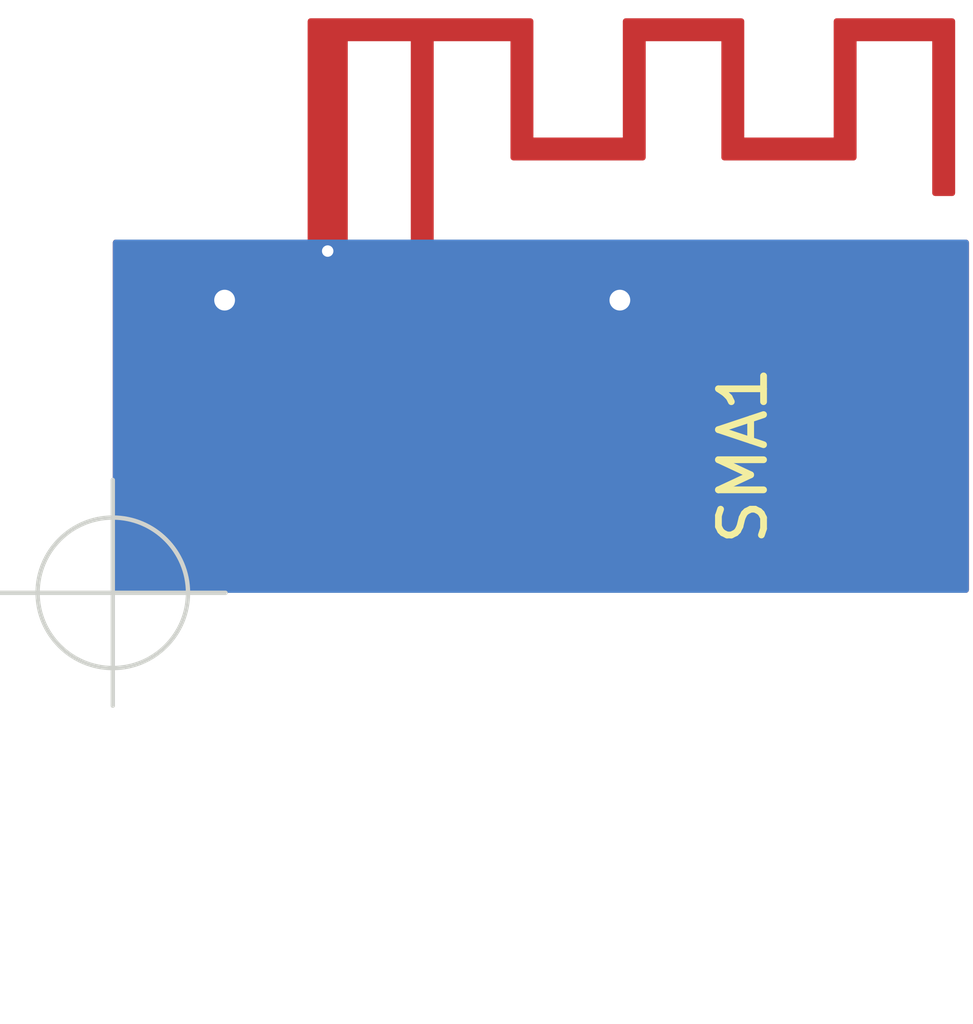
<source format=kicad_pcb>
(kicad_pcb (version 4) (host pcbnew 4.0.5)

  (general
    (links 10)
    (no_connects 0)
    (area 141.518 94.400699 163.091801 117.283401)
    (thickness 1.6)
    (drawings 7)
    (tracks 1)
    (zones 0)
    (modules 1)
    (nets 2)
  )

  (page A4)
  (layers
    (0 F.Cu signal)
    (31 B.Cu signal)
    (32 B.Adhes user hide)
    (33 F.Adhes user hide)
    (34 B.Paste user hide)
    (35 F.Paste user hide)
    (36 B.SilkS user hide)
    (37 F.SilkS user hide)
    (38 B.Mask user hide)
    (39 F.Mask user hide)
    (40 Dwgs.User user hide)
    (41 Cmts.User user hide)
    (42 Eco1.User user hide)
    (43 Eco2.User user hide)
    (44 Edge.Cuts user)
    (45 Margin user)
    (46 B.CrtYd user)
    (47 F.CrtYd user)
    (48 B.Fab user)
    (49 F.Fab user)
  )

  (setup
    (last_trace_width 0.25)
    (user_trace_width 0.508)
    (user_trace_width 2.29108)
    (trace_clearance 0.2)
    (zone_clearance 0)
    (zone_45_only yes)
    (trace_min 0.127)
    (segment_width 0.2)
    (edge_width 0.09652)
    (via_size 0.6)
    (via_drill 0.4)
    (via_min_size 0.254)
    (via_min_drill 0.2032)
    (user_via 0.3048 0.254)
    (user_via 0.381 0.3048)
    (uvia_size 0.3)
    (uvia_drill 0.1)
    (uvias_allowed no)
    (uvia_min_size 0.2)
    (uvia_min_drill 0.1)
    (pcb_text_width 0.3)
    (pcb_text_size 1.5 1.5)
    (mod_edge_width 0.15)
    (mod_text_size 1 1)
    (mod_text_width 0.15)
    (pad_size 1.5 1.5)
    (pad_drill 0.6)
    (pad_to_mask_clearance 0)
    (aux_axis_origin 0 0)
    (grid_origin 144.018 107.5309)
    (visible_elements 7FFFFFFF)
    (pcbplotparams
      (layerselection 0x01000_80000001)
      (usegerberextensions true)
      (usegerberattributes true)
      (excludeedgelayer true)
      (linewidth 0.025400)
      (plotframeref false)
      (viasonmask false)
      (mode 1)
      (useauxorigin true)
      (hpglpennumber 1)
      (hpglpenspeed 20)
      (hpglpendiameter 15)
      (hpglpenoverlay 2)
      (psnegative false)
      (psa4output false)
      (plotreference true)
      (plotvalue true)
      (plotinvisibletext false)
      (padsonsilk false)
      (subtractmaskfromsilk false)
      (outputformat 1)
      (mirror false)
      (drillshape 0)
      (scaleselection 1)
      (outputdirectory ""))
  )

  (net 0 "")
  (net 1 GND)

  (net_class Default "This is the default net class."
    (clearance 0.2)
    (trace_width 0.25)
    (via_dia 0.6)
    (via_drill 0.4)
    (uvia_dia 0.3)
    (uvia_drill 0.1)
    (add_net GND)
  )

  (module Connectors_Molex:Molex_SMA_Jack_Edge_Mount (layer F.Cu) (tedit 587D2992) (tstamp 58AE1DF6)
    (at 150.876 102.7684 90)
    (descr "Molex SMA Jack, Edge Mount, http://www.molex.com/pdm_docs/sd/732511150_sd.pdf")
    (tags "sma edge")
    (path /58AB8622)
    (attr smd)
    (fp_text reference SMA1 (at -1.72 7.11 90) (layer F.SilkS)
      (effects (font (size 1 1) (thickness 0.15)))
    )
    (fp_text value SMA_JPXSTEM1 (at -1.72 -7.11 90) (layer F.Fab)
      (effects (font (size 1 1) (thickness 0.15)))
    )
    (fp_line (start -4.76 -0.38) (end 0.49 -0.38) (layer F.Fab) (width 0.1))
    (fp_line (start -4.76 0.38) (end 0.49 0.38) (layer F.Fab) (width 0.1))
    (fp_line (start 0.49 -0.38) (end 0.49 0.38) (layer F.Fab) (width 0.1))
    (fp_line (start 0.49 3.75) (end 0.49 4.76) (layer F.Fab) (width 0.1))
    (fp_line (start 0.49 -4.76) (end 0.49 -3.75) (layer F.Fab) (width 0.1))
    (fp_line (start -14.29 -6.09) (end -14.29 6.09) (layer F.CrtYd) (width 0.05))
    (fp_line (start -14.29 6.09) (end 2.71 6.09) (layer F.CrtYd) (width 0.05))
    (fp_line (start 2.71 -6.09) (end 2.71 6.09) (layer B.CrtYd) (width 0.05))
    (fp_line (start -14.29 -6.09) (end 2.71 -6.09) (layer B.CrtYd) (width 0.05))
    (fp_line (start -14.29 -6.09) (end -14.29 6.09) (layer B.CrtYd) (width 0.05))
    (fp_line (start -14.29 6.09) (end 2.71 6.09) (layer B.CrtYd) (width 0.05))
    (fp_line (start 2.71 -6.09) (end 2.71 6.09) (layer F.CrtYd) (width 0.05))
    (fp_line (start 2.71 -6.09) (end -14.29 -6.09) (layer F.CrtYd) (width 0.05))
    (fp_line (start -4.76 -3.75) (end 0.49 -3.75) (layer F.Fab) (width 0.1))
    (fp_line (start -4.76 3.75) (end 0.49 3.75) (layer F.Fab) (width 0.1))
    (fp_line (start -13.79 -2.65) (end -5.91 -2.65) (layer F.Fab) (width 0.1))
    (fp_line (start -13.79 -2.65) (end -13.79 2.65) (layer F.Fab) (width 0.1))
    (fp_line (start -13.79 2.65) (end -5.91 2.65) (layer F.Fab) (width 0.1))
    (fp_line (start -4.76 -3.75) (end -4.76 3.75) (layer F.Fab) (width 0.1))
    (fp_line (start 0.49 -4.76) (end -5.91 -4.76) (layer F.Fab) (width 0.1))
    (fp_line (start -5.91 -4.76) (end -5.91 4.76) (layer F.Fab) (width 0.1))
    (fp_line (start -5.91 4.76) (end 0.49 4.76) (layer F.Fab) (width 0.1))
    (pad 1 smd rect (at -1.72 0 90) (size 5.08 2.29) (layers F.Cu F.Paste F.Mask)
      (net 1 GND))
    (pad 2 smd rect (at -1.72 -4.38 90) (size 5.08 2.42) (layers F.Cu F.Paste F.Mask)
      (net 1 GND))
    (pad 2 smd rect (at -1.72 4.38 90) (size 5.08 2.42) (layers F.Cu F.Paste F.Mask)
      (net 1 GND))
    (pad 2 smd rect (at -1.72 -4.38 90) (size 5.08 2.42) (layers B.Cu B.Paste B.Mask)
      (net 1 GND))
    (pad 2 smd rect (at -1.72 4.38 90) (size 5.08 2.42) (layers B.Cu B.Paste B.Mask)
      (net 1 GND))
    (pad 2 thru_hole circle (at 1.72 -4.38 90) (size 0.97 0.97) (drill 0.46) (layers *.Cu)
      (net 1 GND))
    (pad 2 thru_hole circle (at 1.72 4.38 90) (size 0.97 0.97) (drill 0.46) (layers *.Cu)
      (net 1 GND))
    (pad 2 smd rect (at 1.27 -4.38 90) (size 0.89 0.46) (layers F.Cu)
      (net 1 GND))
    (pad 2 smd rect (at 1.27 4.38 90) (size 0.89 0.46) (layers F.Cu)
      (net 1 GND))
    (pad 2 smd rect (at 1.27 -4.38 90) (size 0.89 0.46) (layers B.Cu)
      (net 1 GND))
    (pad 2 smd rect (at 1.27 4.38 90) (size 0.89 0.46) (layers B.Cu)
      (net 1 GND))
  )

  (gr_line (start 147.828 99.7077) (end 147.828 94.5007) (angle 90) (layer Margin) (width 0.2))
  (gr_line (start 144.018 99.7077) (end 147.828 99.7077) (angle 90) (layer Margin) (width 0.2))
  (gr_line (start 144.018 107.5309) (end 144.018 99.7077) (angle 90) (layer Margin) (width 0.2))
  (gr_line (start 162.9918 107.5309) (end 144.018 107.5309) (angle 90) (layer Margin) (width 0.2))
  (gr_line (start 162.9918 94.5007) (end 162.9918 107.5309) (angle 90) (layer Margin) (width 0.2))
  (gr_line (start 147.828 94.5007) (end 162.9918 94.5007) (angle 90) (layer Margin) (width 0.2))
  (target plus (at 144.018 107.5309) (size 5) (width 0.09652) (layer Edge.Cuts))

  (via (at 148.7805 99.9617) (size 0.3048) (drill 0.254) (layers F.Cu B.Cu) (net 1))

  (zone (net 1) (net_name GND) (layer F.Cu) (tstamp 58AE73CE) (hatch edge 0.508)
    (connect_pads yes (clearance 0.254))
    (min_thickness 0.127)
    (fill yes (mode segment) (arc_segments 16) (thermal_gap 0.508) (thermal_bridge_width 0.508))
    (polygon
      (pts
        (xy 153.3398 97.4471) (xy 155.321 97.4471) (xy 155.321 94.8055) (xy 158.0134 94.8055) (xy 158.0134 97.4471)
        (xy 159.9946 97.4471) (xy 159.9946 94.8055) (xy 162.687 94.8055) (xy 162.687 98.7425) (xy 162.179 98.7425)
        (xy 162.179 95.3135) (xy 160.5026 95.3135) (xy 160.5026 97.9551) (xy 157.5054 97.9551) (xy 157.5054 95.3135)
        (xy 155.829 95.3135) (xy 155.829 97.9551) (xy 152.8318 97.9551) (xy 152.8318 95.3135) (xy 151.13 95.3135)
        (xy 151.13 100.2157) (xy 152.019 100.2157) (xy 152.019 107.0229) (xy 149.733 107.0229) (xy 149.733 100.2157)
        (xy 150.622 100.2157) (xy 150.622 95.3135) (xy 149.225 95.3135) (xy 149.225 100.2157) (xy 148.8567 100.2157)
        (xy 148.8567 100.3427) (xy 149.352 100.3427) (xy 149.352 99.7077) (xy 149.479 99.7077) (xy 149.479 107.2769)
        (xy 152.273 107.2769) (xy 152.273 99.7077) (xy 162.9918 99.7077) (xy 162.9918 107.5309) (xy 144.018 107.5309)
        (xy 144.018 99.7077) (xy 148.209 99.7077) (xy 148.209 100.3427) (xy 148.7043 100.3427) (xy 148.7043 100.2157)
        (xy 148.336 100.2157) (xy 148.336 94.8055) (xy 153.3398 94.8055)
      )
    )
    (filled_polygon
      (pts
        (xy 153.2763 97.4471) (xy 153.281303 97.471805) (xy 153.295523 97.492617) (xy 153.31672 97.506257) (xy 153.3398 97.5106)
        (xy 155.321 97.5106) (xy 155.345705 97.505597) (xy 155.366517 97.491377) (xy 155.380157 97.47018) (xy 155.3845 97.4471)
        (xy 155.3845 94.869) (xy 157.9499 94.869) (xy 157.9499 97.4471) (xy 157.954903 97.471805) (xy 157.969123 97.492617)
        (xy 157.99032 97.506257) (xy 158.0134 97.5106) (xy 159.9946 97.5106) (xy 160.019305 97.505597) (xy 160.040117 97.491377)
        (xy 160.053757 97.47018) (xy 160.0581 97.4471) (xy 160.0581 94.869) (xy 162.6235 94.869) (xy 162.6235 98.679)
        (xy 162.2425 98.679) (xy 162.2425 95.3135) (xy 162.237497 95.288795) (xy 162.223277 95.267983) (xy 162.20208 95.254343)
        (xy 162.179 95.25) (xy 160.5026 95.25) (xy 160.477895 95.255003) (xy 160.457083 95.269223) (xy 160.443443 95.29042)
        (xy 160.4391 95.3135) (xy 160.4391 97.8916) (xy 157.5689 97.8916) (xy 157.5689 95.3135) (xy 157.563897 95.288795)
        (xy 157.549677 95.267983) (xy 157.52848 95.254343) (xy 157.5054 95.25) (xy 155.829 95.25) (xy 155.804295 95.255003)
        (xy 155.783483 95.269223) (xy 155.769843 95.29042) (xy 155.7655 95.3135) (xy 155.7655 97.8916) (xy 152.8953 97.8916)
        (xy 152.8953 95.3135) (xy 152.890297 95.288795) (xy 152.876077 95.267983) (xy 152.85488 95.254343) (xy 152.8318 95.25)
        (xy 151.13 95.25) (xy 151.105295 95.255003) (xy 151.084483 95.269223) (xy 151.070843 95.29042) (xy 151.0665 95.3135)
        (xy 151.0665 100.2157) (xy 151.071503 100.240405) (xy 151.085723 100.261217) (xy 151.10692 100.274857) (xy 151.13 100.2792)
        (xy 151.9555 100.2792) (xy 151.9555 106.9594) (xy 149.7965 106.9594) (xy 149.7965 100.2792) (xy 150.622 100.2792)
        (xy 150.646705 100.274197) (xy 150.667517 100.259977) (xy 150.681157 100.23878) (xy 150.6855 100.2157) (xy 150.6855 95.3135)
        (xy 150.680497 95.288795) (xy 150.666277 95.267983) (xy 150.64508 95.254343) (xy 150.622 95.25) (xy 149.225 95.25)
        (xy 149.200295 95.255003) (xy 149.179483 95.269223) (xy 149.165843 95.29042) (xy 149.1615 95.3135) (xy 149.1615 100.1522)
        (xy 148.8567 100.1522) (xy 148.831995 100.157203) (xy 148.811183 100.171423) (xy 148.797543 100.19262) (xy 148.7932 100.2157)
        (xy 148.7932 100.3427) (xy 148.798203 100.367405) (xy 148.812423 100.388217) (xy 148.83362 100.401857) (xy 148.8567 100.4062)
        (xy 149.352 100.4062) (xy 149.376705 100.401197) (xy 149.397517 100.386977) (xy 149.411157 100.36578) (xy 149.4155 100.3427)
        (xy 149.4155 107.2769) (xy 149.420503 107.301605) (xy 149.434723 107.322417) (xy 149.45592 107.336057) (xy 149.479 107.3404)
        (xy 152.273 107.3404) (xy 152.297705 107.335397) (xy 152.318517 107.321177) (xy 152.332157 107.29998) (xy 152.3365 107.2769)
        (xy 152.3365 99.7712) (xy 162.9283 99.7712) (xy 162.9283 107.4674) (xy 144.0815 107.4674) (xy 144.0815 99.7712)
        (xy 148.1455 99.7712) (xy 148.1455 100.3427) (xy 148.150503 100.367405) (xy 148.164723 100.388217) (xy 148.18592 100.401857)
        (xy 148.209 100.4062) (xy 148.7043 100.4062) (xy 148.729005 100.401197) (xy 148.749817 100.386977) (xy 148.763457 100.36578)
        (xy 148.7678 100.3427) (xy 148.7678 100.2157) (xy 148.762797 100.190995) (xy 148.748577 100.170183) (xy 148.72738 100.156543)
        (xy 148.7043 100.1522) (xy 148.3995 100.1522) (xy 148.3995 94.869) (xy 153.2763 94.869)
      )
    )
    (fill_segments
      (pts (xy 148.3995 94.869) (xy 153.2763 94.869))
      (pts (xy 155.3845 94.869) (xy 157.9499 94.869))
      (pts (xy 160.0581 94.869) (xy 162.6235 94.869))
      (pts (xy 148.3995 94.9452) (xy 153.2763 94.9452))
      (pts (xy 155.3845 94.9452) (xy 157.9499 94.9452))
      (pts (xy 160.0581 94.9452) (xy 162.6235 94.9452))
      (pts (xy 148.3995 95.0214) (xy 153.2763 95.0214))
      (pts (xy 155.3845 95.0214) (xy 157.9499 95.0214))
      (pts (xy 160.0581 95.0214) (xy 162.6235 95.0214))
      (pts (xy 148.3995 95.0976) (xy 153.2763 95.0976))
      (pts (xy 155.3845 95.0976) (xy 157.9499 95.0976))
      (pts (xy 160.0581 95.0976) (xy 162.6235 95.0976))
      (pts (xy 148.3995 95.1738) (xy 153.2763 95.1738))
      (pts (xy 155.3845 95.1738) (xy 157.9499 95.1738))
      (pts (xy 160.0581 95.1738) (xy 162.6235 95.1738))
      (pts (xy 148.3995 95.25) (xy 149.225 95.25))
      (pts (xy 150.622 95.25) (xy 151.13 95.25))
      (pts (xy 152.8318 95.25) (xy 153.2763 95.25))
      (pts (xy 155.3845 95.25) (xy 155.829 95.25))
      (pts (xy 157.5054 95.25) (xy 157.9499 95.25))
      (pts (xy 160.0581 95.25) (xy 160.5026 95.25))
      (pts (xy 162.179 95.25) (xy 162.6235 95.25))
      (pts (xy 148.3995 95.3262) (xy 149.1615 95.3262))
      (pts (xy 150.6855 95.3262) (xy 151.0665 95.3262))
      (pts (xy 152.8953 95.3262) (xy 153.2763 95.3262))
      (pts (xy 155.3845 95.3262) (xy 155.7655 95.3262))
      (pts (xy 157.5689 95.3262) (xy 157.9499 95.3262))
      (pts (xy 160.0581 95.3262) (xy 160.4391 95.3262))
      (pts (xy 162.2425 95.3262) (xy 162.6235 95.3262))
      (pts (xy 148.3995 95.4024) (xy 149.1615 95.4024))
      (pts (xy 150.6855 95.4024) (xy 151.0665 95.4024))
      (pts (xy 152.8953 95.4024) (xy 153.2763 95.4024))
      (pts (xy 155.3845 95.4024) (xy 155.7655 95.4024))
      (pts (xy 157.5689 95.4024) (xy 157.9499 95.4024))
      (pts (xy 160.0581 95.4024) (xy 160.4391 95.4024))
      (pts (xy 162.2425 95.4024) (xy 162.6235 95.4024))
      (pts (xy 148.3995 95.4786) (xy 149.1615 95.4786))
      (pts (xy 150.6855 95.4786) (xy 151.0665 95.4786))
      (pts (xy 152.8953 95.4786) (xy 153.2763 95.4786))
      (pts (xy 155.3845 95.4786) (xy 155.7655 95.4786))
      (pts (xy 157.5689 95.4786) (xy 157.9499 95.4786))
      (pts (xy 160.0581 95.4786) (xy 160.4391 95.4786))
      (pts (xy 162.2425 95.4786) (xy 162.6235 95.4786))
      (pts (xy 148.3995 95.5548) (xy 149.1615 95.5548))
      (pts (xy 150.6855 95.5548) (xy 151.0665 95.5548))
      (pts (xy 152.8953 95.5548) (xy 153.2763 95.5548))
      (pts (xy 155.3845 95.5548) (xy 155.7655 95.5548))
      (pts (xy 157.5689 95.5548) (xy 157.9499 95.5548))
      (pts (xy 160.0581 95.5548) (xy 160.4391 95.5548))
      (pts (xy 162.2425 95.5548) (xy 162.6235 95.5548))
      (pts (xy 148.3995 95.631) (xy 149.1615 95.631))
      (pts (xy 150.6855 95.631) (xy 151.0665 95.631))
      (pts (xy 152.8953 95.631) (xy 153.2763 95.631))
      (pts (xy 155.3845 95.631) (xy 155.7655 95.631))
      (pts (xy 157.5689 95.631) (xy 157.9499 95.631))
      (pts (xy 160.0581 95.631) (xy 160.4391 95.631))
      (pts (xy 162.2425 95.631) (xy 162.6235 95.631))
      (pts (xy 148.3995 95.7072) (xy 149.1615 95.7072))
      (pts (xy 150.6855 95.7072) (xy 151.0665 95.7072))
      (pts (xy 152.8953 95.7072) (xy 153.2763 95.7072))
      (pts (xy 155.3845 95.7072) (xy 155.7655 95.7072))
      (pts (xy 157.5689 95.7072) (xy 157.9499 95.7072))
      (pts (xy 160.0581 95.7072) (xy 160.4391 95.7072))
      (pts (xy 162.2425 95.7072) (xy 162.6235 95.7072))
      (pts (xy 148.3995 95.7834) (xy 149.1615 95.7834))
      (pts (xy 150.6855 95.7834) (xy 151.0665 95.7834))
      (pts (xy 152.8953 95.7834) (xy 153.2763 95.7834))
      (pts (xy 155.3845 95.7834) (xy 155.7655 95.7834))
      (pts (xy 157.5689 95.7834) (xy 157.9499 95.7834))
      (pts (xy 160.0581 95.7834) (xy 160.4391 95.7834))
      (pts (xy 162.2425 95.7834) (xy 162.6235 95.7834))
      (pts (xy 148.3995 95.8596) (xy 149.1615 95.8596))
      (pts (xy 150.6855 95.8596) (xy 151.0665 95.8596))
      (pts (xy 152.8953 95.8596) (xy 153.2763 95.8596))
      (pts (xy 155.3845 95.8596) (xy 155.7655 95.8596))
      (pts (xy 157.5689 95.8596) (xy 157.9499 95.8596))
      (pts (xy 160.0581 95.8596) (xy 160.4391 95.8596))
      (pts (xy 162.2425 95.8596) (xy 162.6235 95.8596))
      (pts (xy 148.3995 95.9358) (xy 149.1615 95.9358))
      (pts (xy 150.6855 95.9358) (xy 151.0665 95.9358))
      (pts (xy 152.8953 95.9358) (xy 153.2763 95.9358))
      (pts (xy 155.3845 95.9358) (xy 155.7655 95.9358))
      (pts (xy 157.5689 95.9358) (xy 157.9499 95.9358))
      (pts (xy 160.0581 95.9358) (xy 160.4391 95.9358))
      (pts (xy 162.2425 95.9358) (xy 162.6235 95.9358))
      (pts (xy 148.3995 96.012) (xy 149.1615 96.012))
      (pts (xy 150.6855 96.012) (xy 151.0665 96.012))
      (pts (xy 152.8953 96.012) (xy 153.2763 96.012))
      (pts (xy 155.3845 96.012) (xy 155.7655 96.012))
      (pts (xy 157.5689 96.012) (xy 157.9499 96.012))
      (pts (xy 160.0581 96.012) (xy 160.4391 96.012))
      (pts (xy 162.2425 96.012) (xy 162.6235 96.012))
      (pts (xy 148.3995 96.0882) (xy 149.1615 96.0882))
      (pts (xy 150.6855 96.0882) (xy 151.0665 96.0882))
      (pts (xy 152.8953 96.0882) (xy 153.2763 96.0882))
      (pts (xy 155.3845 96.0882) (xy 155.7655 96.0882))
      (pts (xy 157.5689 96.0882) (xy 157.9499 96.0882))
      (pts (xy 160.0581 96.0882) (xy 160.4391 96.0882))
      (pts (xy 162.2425 96.0882) (xy 162.6235 96.0882))
      (pts (xy 148.3995 96.1644) (xy 149.1615 96.1644))
      (pts (xy 150.6855 96.1644) (xy 151.0665 96.1644))
      (pts (xy 152.8953 96.1644) (xy 153.2763 96.1644))
      (pts (xy 155.3845 96.1644) (xy 155.7655 96.1644))
      (pts (xy 157.5689 96.1644) (xy 157.9499 96.1644))
      (pts (xy 160.0581 96.1644) (xy 160.4391 96.1644))
      (pts (xy 162.2425 96.1644) (xy 162.6235 96.1644))
      (pts (xy 148.3995 96.2406) (xy 149.1615 96.2406))
      (pts (xy 150.6855 96.2406) (xy 151.0665 96.2406))
      (pts (xy 152.8953 96.2406) (xy 153.2763 96.2406))
      (pts (xy 155.3845 96.2406) (xy 155.7655 96.2406))
      (pts (xy 157.5689 96.2406) (xy 157.9499 96.2406))
      (pts (xy 160.0581 96.2406) (xy 160.4391 96.2406))
      (pts (xy 162.2425 96.2406) (xy 162.6235 96.2406))
      (pts (xy 148.3995 96.3168) (xy 149.1615 96.3168))
      (pts (xy 150.6855 96.3168) (xy 151.0665 96.3168))
      (pts (xy 152.8953 96.3168) (xy 153.2763 96.3168))
      (pts (xy 155.3845 96.3168) (xy 155.7655 96.3168))
      (pts (xy 157.5689 96.3168) (xy 157.9499 96.3168))
      (pts (xy 160.0581 96.3168) (xy 160.4391 96.3168))
      (pts (xy 162.2425 96.3168) (xy 162.6235 96.3168))
      (pts (xy 148.3995 96.393) (xy 149.1615 96.393))
      (pts (xy 150.6855 96.393) (xy 151.0665 96.393))
      (pts (xy 152.8953 96.393) (xy 153.2763 96.393))
      (pts (xy 155.3845 96.393) (xy 155.7655 96.393))
      (pts (xy 157.5689 96.393) (xy 157.9499 96.393))
      (pts (xy 160.0581 96.393) (xy 160.4391 96.393))
      (pts (xy 162.2425 96.393) (xy 162.6235 96.393))
      (pts (xy 148.3995 96.4692) (xy 149.1615 96.4692))
      (pts (xy 150.6855 96.4692) (xy 151.0665 96.4692))
      (pts (xy 152.8953 96.4692) (xy 153.2763 96.4692))
      (pts (xy 155.3845 96.4692) (xy 155.7655 96.4692))
      (pts (xy 157.5689 96.4692) (xy 157.9499 96.4692))
      (pts (xy 160.0581 96.4692) (xy 160.4391 96.4692))
      (pts (xy 162.2425 96.4692) (xy 162.6235 96.4692))
      (pts (xy 148.3995 96.5454) (xy 149.1615 96.5454))
      (pts (xy 150.6855 96.5454) (xy 151.0665 96.5454))
      (pts (xy 152.8953 96.5454) (xy 153.2763 96.5454))
      (pts (xy 155.3845 96.5454) (xy 155.7655 96.5454))
      (pts (xy 157.5689 96.5454) (xy 157.9499 96.5454))
      (pts (xy 160.0581 96.5454) (xy 160.4391 96.5454))
      (pts (xy 162.2425 96.5454) (xy 162.6235 96.5454))
      (pts (xy 148.3995 96.6216) (xy 149.1615 96.6216))
      (pts (xy 150.6855 96.6216) (xy 151.0665 96.6216))
      (pts (xy 152.8953 96.6216) (xy 153.2763 96.6216))
      (pts (xy 155.3845 96.6216) (xy 155.7655 96.6216))
      (pts (xy 157.5689 96.6216) (xy 157.9499 96.6216))
      (pts (xy 160.0581 96.6216) (xy 160.4391 96.6216))
      (pts (xy 162.2425 96.6216) (xy 162.6235 96.6216))
      (pts (xy 148.3995 96.6978) (xy 149.1615 96.6978))
      (pts (xy 150.6855 96.6978) (xy 151.0665 96.6978))
      (pts (xy 152.8953 96.6978) (xy 153.2763 96.6978))
      (pts (xy 155.3845 96.6978) (xy 155.7655 96.6978))
      (pts (xy 157.5689 96.6978) (xy 157.9499 96.6978))
      (pts (xy 160.0581 96.6978) (xy 160.4391 96.6978))
      (pts (xy 162.2425 96.6978) (xy 162.6235 96.6978))
      (pts (xy 148.3995 96.774) (xy 149.1615 96.774))
      (pts (xy 150.6855 96.774) (xy 151.0665 96.774))
      (pts (xy 152.8953 96.774) (xy 153.2763 96.774))
      (pts (xy 155.3845 96.774) (xy 155.7655 96.774))
      (pts (xy 157.5689 96.774) (xy 157.9499 96.774))
      (pts (xy 160.0581 96.774) (xy 160.4391 96.774))
      (pts (xy 162.2425 96.774) (xy 162.6235 96.774))
      (pts (xy 148.3995 96.8502) (xy 149.1615 96.8502))
      (pts (xy 150.6855 96.8502) (xy 151.0665 96.8502))
      (pts (xy 152.8953 96.8502) (xy 153.2763 96.8502))
      (pts (xy 155.3845 96.8502) (xy 155.7655 96.8502))
      (pts (xy 157.5689 96.8502) (xy 157.9499 96.8502))
      (pts (xy 160.0581 96.8502) (xy 160.4391 96.8502))
      (pts (xy 162.2425 96.8502) (xy 162.6235 96.8502))
      (pts (xy 148.3995 96.9264) (xy 149.1615 96.9264))
      (pts (xy 150.6855 96.9264) (xy 151.0665 96.9264))
      (pts (xy 152.8953 96.9264) (xy 153.2763 96.9264))
      (pts (xy 155.3845 96.9264) (xy 155.7655 96.9264))
      (pts (xy 157.5689 96.9264) (xy 157.9499 96.9264))
      (pts (xy 160.0581 96.9264) (xy 160.4391 96.9264))
      (pts (xy 162.2425 96.9264) (xy 162.6235 96.9264))
      (pts (xy 148.3995 97.0026) (xy 149.1615 97.0026))
      (pts (xy 150.6855 97.0026) (xy 151.0665 97.0026))
      (pts (xy 152.8953 97.0026) (xy 153.2763 97.0026))
      (pts (xy 155.3845 97.0026) (xy 155.7655 97.0026))
      (pts (xy 157.5689 97.0026) (xy 157.9499 97.0026))
      (pts (xy 160.0581 97.0026) (xy 160.4391 97.0026))
      (pts (xy 162.2425 97.0026) (xy 162.6235 97.0026))
      (pts (xy 148.3995 97.0788) (xy 149.1615 97.0788))
      (pts (xy 150.6855 97.0788) (xy 151.0665 97.0788))
      (pts (xy 152.8953 97.0788) (xy 153.2763 97.0788))
      (pts (xy 155.3845 97.0788) (xy 155.7655 97.0788))
      (pts (xy 157.5689 97.0788) (xy 157.9499 97.0788))
      (pts (xy 160.0581 97.0788) (xy 160.4391 97.0788))
      (pts (xy 162.2425 97.0788) (xy 162.6235 97.0788))
      (pts (xy 148.3995 97.155) (xy 149.1615 97.155))
      (pts (xy 150.6855 97.155) (xy 151.0665 97.155))
      (pts (xy 152.8953 97.155) (xy 153.2763 97.155))
      (pts (xy 155.3845 97.155) (xy 155.7655 97.155))
      (pts (xy 157.5689 97.155) (xy 157.9499 97.155))
      (pts (xy 160.0581 97.155) (xy 160.4391 97.155))
      (pts (xy 162.2425 97.155) (xy 162.6235 97.155))
      (pts (xy 148.3995 97.2312) (xy 149.1615 97.2312))
      (pts (xy 150.6855 97.2312) (xy 151.0665 97.2312))
      (pts (xy 152.8953 97.2312) (xy 153.2763 97.2312))
      (pts (xy 155.3845 97.2312) (xy 155.7655 97.2312))
      (pts (xy 157.5689 97.2312) (xy 157.9499 97.2312))
      (pts (xy 160.0581 97.2312) (xy 160.4391 97.2312))
      (pts (xy 162.2425 97.2312) (xy 162.6235 97.2312))
      (pts (xy 148.3995 97.3074) (xy 149.1615 97.3074))
      (pts (xy 150.6855 97.3074) (xy 151.0665 97.3074))
      (pts (xy 152.8953 97.3074) (xy 153.2763 97.3074))
      (pts (xy 155.3845 97.3074) (xy 155.7655 97.3074))
      (pts (xy 157.5689 97.3074) (xy 157.9499 97.3074))
      (pts (xy 160.0581 97.3074) (xy 160.4391 97.3074))
      (pts (xy 162.2425 97.3074) (xy 162.6235 97.3074))
      (pts (xy 148.3995 97.3836) (xy 149.1615 97.3836))
      (pts (xy 150.6855 97.3836) (xy 151.0665 97.3836))
      (pts (xy 152.8953 97.3836) (xy 153.2763 97.3836))
      (pts (xy 155.3845 97.3836) (xy 155.7655 97.3836))
      (pts (xy 157.5689 97.3836) (xy 157.9499 97.3836))
      (pts (xy 160.0581 97.3836) (xy 160.4391 97.3836))
      (pts (xy 162.2425 97.3836) (xy 162.6235 97.3836))
      (pts (xy 148.3995 97.4598) (xy 149.1615 97.4598))
      (pts (xy 150.6855 97.4598) (xy 151.0665 97.4598))
      (pts (xy 152.8953 97.4598) (xy 153.278871 97.4598))
      (pts (xy 155.38211 97.4598) (xy 155.7655 97.4598))
      (pts (xy 157.5689 97.4598) (xy 157.952471 97.4598))
      (pts (xy 160.05571 97.4598) (xy 160.4391 97.4598))
      (pts (xy 162.2425 97.4598) (xy 162.6235 97.4598))
      (pts (xy 148.3995 97.536) (xy 149.1615 97.536))
      (pts (xy 150.6855 97.536) (xy 151.0665 97.536))
      (pts (xy 152.8953 97.536) (xy 155.7655 97.536))
      (pts (xy 157.5689 97.536) (xy 160.4391 97.536))
      (pts (xy 162.2425 97.536) (xy 162.6235 97.536))
      (pts (xy 148.3995 97.6122) (xy 149.1615 97.6122))
      (pts (xy 150.6855 97.6122) (xy 151.0665 97.6122))
      (pts (xy 152.8953 97.6122) (xy 155.7655 97.6122))
      (pts (xy 157.5689 97.6122) (xy 160.4391 97.6122))
      (pts (xy 162.2425 97.6122) (xy 162.6235 97.6122))
      (pts (xy 148.3995 97.6884) (xy 149.1615 97.6884))
      (pts (xy 150.6855 97.6884) (xy 151.0665 97.6884))
      (pts (xy 152.8953 97.6884) (xy 155.7655 97.6884))
      (pts (xy 157.5689 97.6884) (xy 160.4391 97.6884))
      (pts (xy 162.2425 97.6884) (xy 162.6235 97.6884))
      (pts (xy 148.3995 97.7646) (xy 149.1615 97.7646))
      (pts (xy 150.6855 97.7646) (xy 151.0665 97.7646))
      (pts (xy 152.8953 97.7646) (xy 155.7655 97.7646))
      (pts (xy 157.5689 97.7646) (xy 160.4391 97.7646))
      (pts (xy 162.2425 97.7646) (xy 162.6235 97.7646))
      (pts (xy 148.3995 97.8408) (xy 149.1615 97.8408))
      (pts (xy 150.6855 97.8408) (xy 151.0665 97.8408))
      (pts (xy 152.8953 97.8408) (xy 155.7655 97.8408))
      (pts (xy 157.5689 97.8408) (xy 160.4391 97.8408))
      (pts (xy 162.2425 97.8408) (xy 162.6235 97.8408))
      (pts (xy 148.3995 97.917) (xy 149.1615 97.917))
      (pts (xy 150.6855 97.917) (xy 151.0665 97.917))
      (pts (xy 162.2425 97.917) (xy 162.6235 97.917))
      (pts (xy 148.3995 97.9932) (xy 149.1615 97.9932))
      (pts (xy 150.6855 97.9932) (xy 151.0665 97.9932))
      (pts (xy 162.2425 97.9932) (xy 162.6235 97.9932))
      (pts (xy 148.3995 98.0694) (xy 149.1615 98.0694))
      (pts (xy 150.6855 98.0694) (xy 151.0665 98.0694))
      (pts (xy 162.2425 98.0694) (xy 162.6235 98.0694))
      (pts (xy 148.3995 98.1456) (xy 149.1615 98.1456))
      (pts (xy 150.6855 98.1456) (xy 151.0665 98.1456))
      (pts (xy 162.2425 98.1456) (xy 162.6235 98.1456))
      (pts (xy 148.3995 98.2218) (xy 149.1615 98.2218))
      (pts (xy 150.6855 98.2218) (xy 151.0665 98.2218))
      (pts (xy 162.2425 98.2218) (xy 162.6235 98.2218))
      (pts (xy 148.3995 98.298) (xy 149.1615 98.298))
      (pts (xy 150.6855 98.298) (xy 151.0665 98.298))
      (pts (xy 162.2425 98.298) (xy 162.6235 98.298))
      (pts (xy 148.3995 98.3742) (xy 149.1615 98.3742))
      (pts (xy 150.6855 98.3742) (xy 151.0665 98.3742))
      (pts (xy 162.2425 98.3742) (xy 162.6235 98.3742))
      (pts (xy 148.3995 98.4504) (xy 149.1615 98.4504))
      (pts (xy 150.6855 98.4504) (xy 151.0665 98.4504))
      (pts (xy 162.2425 98.4504) (xy 162.6235 98.4504))
      (pts (xy 148.3995 98.5266) (xy 149.1615 98.5266))
      (pts (xy 150.6855 98.5266) (xy 151.0665 98.5266))
      (pts (xy 162.2425 98.5266) (xy 162.6235 98.5266))
      (pts (xy 148.3995 98.6028) (xy 149.1615 98.6028))
      (pts (xy 150.6855 98.6028) (xy 151.0665 98.6028))
      (pts (xy 162.2425 98.6028) (xy 162.6235 98.6028))
      (pts (xy 148.3995 98.679) (xy 149.1615 98.679))
      (pts (xy 150.6855 98.679) (xy 151.0665 98.679))
      (pts (xy 148.3995 98.7552) (xy 149.1615 98.7552))
      (pts (xy 150.6855 98.7552) (xy 151.0665 98.7552))
      (pts (xy 148.3995 98.8314) (xy 149.1615 98.8314))
      (pts (xy 150.6855 98.8314) (xy 151.0665 98.8314))
      (pts (xy 148.3995 98.9076) (xy 149.1615 98.9076))
      (pts (xy 150.6855 98.9076) (xy 151.0665 98.9076))
      (pts (xy 148.3995 98.9838) (xy 149.1615 98.9838))
      (pts (xy 150.6855 98.9838) (xy 151.0665 98.9838))
      (pts (xy 148.3995 99.06) (xy 149.1615 99.06))
      (pts (xy 150.6855 99.06) (xy 151.0665 99.06))
      (pts (xy 148.3995 99.1362) (xy 149.1615 99.1362))
      (pts (xy 150.6855 99.1362) (xy 151.0665 99.1362))
      (pts (xy 148.3995 99.2124) (xy 149.1615 99.2124))
      (pts (xy 150.6855 99.2124) (xy 151.0665 99.2124))
      (pts (xy 148.3995 99.2886) (xy 149.1615 99.2886))
      (pts (xy 150.6855 99.2886) (xy 151.0665 99.2886))
      (pts (xy 148.3995 99.3648) (xy 149.1615 99.3648))
      (pts (xy 150.6855 99.3648) (xy 151.0665 99.3648))
      (pts (xy 148.3995 99.441) (xy 149.1615 99.441))
      (pts (xy 150.6855 99.441) (xy 151.0665 99.441))
      (pts (xy 148.3995 99.5172) (xy 149.1615 99.5172))
      (pts (xy 150.6855 99.5172) (xy 151.0665 99.5172))
      (pts (xy 148.3995 99.5934) (xy 149.1615 99.5934))
      (pts (xy 150.6855 99.5934) (xy 151.0665 99.5934))
      (pts (xy 148.3995 99.6696) (xy 149.1615 99.6696))
      (pts (xy 150.6855 99.6696) (xy 151.0665 99.6696))
      (pts (xy 148.3995 99.7458) (xy 149.1615 99.7458))
      (pts (xy 150.6855 99.7458) (xy 151.0665 99.7458))
      (pts (xy 144.0815 99.822) (xy 148.1455 99.822))
      (pts (xy 148.3995 99.822) (xy 149.1615 99.822))
      (pts (xy 150.6855 99.822) (xy 151.0665 99.822))
      (pts (xy 152.3365 99.822) (xy 162.9283 99.822))
      (pts (xy 144.0815 99.8982) (xy 148.1455 99.8982))
      (pts (xy 148.3995 99.8982) (xy 149.1615 99.8982))
      (pts (xy 150.6855 99.8982) (xy 151.0665 99.8982))
      (pts (xy 152.3365 99.8982) (xy 162.9283 99.8982))
      (pts (xy 144.0815 99.9744) (xy 148.1455 99.9744))
      (pts (xy 148.3995 99.9744) (xy 149.1615 99.9744))
      (pts (xy 150.6855 99.9744) (xy 151.0665 99.9744))
      (pts (xy 152.3365 99.9744) (xy 162.9283 99.9744))
      (pts (xy 144.0815 100.0506) (xy 148.1455 100.0506))
      (pts (xy 148.3995 100.0506) (xy 149.1615 100.0506))
      (pts (xy 150.6855 100.0506) (xy 151.0665 100.0506))
      (pts (xy 152.3365 100.0506) (xy 162.9283 100.0506))
      (pts (xy 144.0815 100.1268) (xy 148.1455 100.1268))
      (pts (xy 148.3995 100.1268) (xy 149.1615 100.1268))
      (pts (xy 150.6855 100.1268) (xy 151.0665 100.1268))
      (pts (xy 152.3365 100.1268) (xy 162.9283 100.1268))
      (pts (xy 144.0815 100.203) (xy 148.1455 100.203))
      (pts (xy 148.765229 100.203) (xy 148.79559 100.203))
      (pts (xy 150.6855 100.203) (xy 151.0665 100.203))
      (pts (xy 152.3365 100.203) (xy 162.9283 100.203))
      (pts (xy 144.0815 100.2792) (xy 148.1455 100.2792))
      (pts (xy 148.7678 100.2792) (xy 148.7932 100.2792))
      (pts (xy 149.7965 100.2792) (xy 151.9555 100.2792))
      (pts (xy 152.3365 100.2792) (xy 162.9283 100.2792))
      (pts (xy 144.0815 100.3554) (xy 148.148071 100.3554))
      (pts (xy 148.76541 100.3554) (xy 148.795771 100.3554))
      (pts (xy 149.41311 100.3554) (xy 149.4155 100.3554))
      (pts (xy 149.7965 100.3554) (xy 151.9555 100.3554))
      (pts (xy 152.3365 100.3554) (xy 162.9283 100.3554))
      (pts (xy 144.0815 100.4316) (xy 149.4155 100.4316))
      (pts (xy 149.7965 100.4316) (xy 151.9555 100.4316))
      (pts (xy 152.3365 100.4316) (xy 162.9283 100.4316))
      (pts (xy 144.0815 100.5078) (xy 149.4155 100.5078))
      (pts (xy 149.7965 100.5078) (xy 151.9555 100.5078))
      (pts (xy 152.3365 100.5078) (xy 162.9283 100.5078))
      (pts (xy 144.0815 100.584) (xy 149.4155 100.584))
      (pts (xy 149.7965 100.584) (xy 151.9555 100.584))
      (pts (xy 152.3365 100.584) (xy 162.9283 100.584))
      (pts (xy 144.0815 100.6602) (xy 149.4155 100.6602))
      (pts (xy 149.7965 100.6602) (xy 151.9555 100.6602))
      (pts (xy 152.3365 100.6602) (xy 162.9283 100.6602))
      (pts (xy 144.0815 100.7364) (xy 149.4155 100.7364))
      (pts (xy 149.7965 100.7364) (xy 151.9555 100.7364))
      (pts (xy 152.3365 100.7364) (xy 162.9283 100.7364))
      (pts (xy 144.0815 100.8126) (xy 149.4155 100.8126))
      (pts (xy 149.7965 100.8126) (xy 151.9555 100.8126))
      (pts (xy 152.3365 100.8126) (xy 162.9283 100.8126))
      (pts (xy 144.0815 100.8888) (xy 149.4155 100.8888))
      (pts (xy 149.7965 100.8888) (xy 151.9555 100.8888))
      (pts (xy 152.3365 100.8888) (xy 162.9283 100.8888))
      (pts (xy 144.0815 100.965) (xy 149.4155 100.965))
      (pts (xy 149.7965 100.965) (xy 151.9555 100.965))
      (pts (xy 152.3365 100.965) (xy 162.9283 100.965))
      (pts (xy 144.0815 101.0412) (xy 149.4155 101.0412))
      (pts (xy 149.7965 101.0412) (xy 151.9555 101.0412))
      (pts (xy 152.3365 101.0412) (xy 162.9283 101.0412))
      (pts (xy 144.0815 101.1174) (xy 149.4155 101.1174))
      (pts (xy 149.7965 101.1174) (xy 151.9555 101.1174))
      (pts (xy 152.3365 101.1174) (xy 162.9283 101.1174))
      (pts (xy 144.0815 101.1936) (xy 149.4155 101.1936))
      (pts (xy 149.7965 101.1936) (xy 151.9555 101.1936))
      (pts (xy 152.3365 101.1936) (xy 162.9283 101.1936))
      (pts (xy 144.0815 101.2698) (xy 149.4155 101.2698))
      (pts (xy 149.7965 101.2698) (xy 151.9555 101.2698))
      (pts (xy 152.3365 101.2698) (xy 162.9283 101.2698))
      (pts (xy 144.0815 101.346) (xy 149.4155 101.346))
      (pts (xy 149.7965 101.346) (xy 151.9555 101.346))
      (pts (xy 152.3365 101.346) (xy 162.9283 101.346))
      (pts (xy 144.0815 101.4222) (xy 149.4155 101.4222))
      (pts (xy 149.7965 101.4222) (xy 151.9555 101.4222))
      (pts (xy 152.3365 101.4222) (xy 162.9283 101.4222))
      (pts (xy 144.0815 101.4984) (xy 149.4155 101.4984))
      (pts (xy 149.7965 101.4984) (xy 151.9555 101.4984))
      (pts (xy 152.3365 101.4984) (xy 162.9283 101.4984))
      (pts (xy 144.0815 101.5746) (xy 149.4155 101.5746))
      (pts (xy 149.7965 101.5746) (xy 151.9555 101.5746))
      (pts (xy 152.3365 101.5746) (xy 162.9283 101.5746))
      (pts (xy 144.0815 101.6508) (xy 149.4155 101.6508))
      (pts (xy 149.7965 101.6508) (xy 151.9555 101.6508))
      (pts (xy 152.3365 101.6508) (xy 162.9283 101.6508))
      (pts (xy 144.0815 101.727) (xy 149.4155 101.727))
      (pts (xy 149.7965 101.727) (xy 151.9555 101.727))
      (pts (xy 152.3365 101.727) (xy 162.9283 101.727))
      (pts (xy 144.0815 101.8032) (xy 149.4155 101.8032))
      (pts (xy 149.7965 101.8032) (xy 151.9555 101.8032))
      (pts (xy 152.3365 101.8032) (xy 162.9283 101.8032))
      (pts (xy 144.0815 101.8794) (xy 149.4155 101.8794))
      (pts (xy 149.7965 101.8794) (xy 151.9555 101.8794))
      (pts (xy 152.3365 101.8794) (xy 162.9283 101.8794))
      (pts (xy 144.0815 101.9556) (xy 149.4155 101.9556))
      (pts (xy 149.7965 101.9556) (xy 151.9555 101.9556))
      (pts (xy 152.3365 101.9556) (xy 162.9283 101.9556))
      (pts (xy 144.0815 102.0318) (xy 149.4155 102.0318))
      (pts (xy 149.7965 102.0318) (xy 151.9555 102.0318))
      (pts (xy 152.3365 102.0318) (xy 162.9283 102.0318))
      (pts (xy 144.0815 102.108) (xy 149.4155 102.108))
      (pts (xy 149.7965 102.108) (xy 151.9555 102.108))
      (pts (xy 152.3365 102.108) (xy 162.9283 102.108))
      (pts (xy 144.0815 102.1842) (xy 149.4155 102.1842))
      (pts (xy 149.7965 102.1842) (xy 151.9555 102.1842))
      (pts (xy 152.3365 102.1842) (xy 162.9283 102.1842))
      (pts (xy 144.0815 102.2604) (xy 149.4155 102.2604))
      (pts (xy 149.7965 102.2604) (xy 151.9555 102.2604))
      (pts (xy 152.3365 102.2604) (xy 162.9283 102.2604))
      (pts (xy 144.0815 102.3366) (xy 149.4155 102.3366))
      (pts (xy 149.7965 102.3366) (xy 151.9555 102.3366))
      (pts (xy 152.3365 102.3366) (xy 162.9283 102.3366))
      (pts (xy 144.0815 102.4128) (xy 149.4155 102.4128))
      (pts (xy 149.7965 102.4128) (xy 151.9555 102.4128))
      (pts (xy 152.3365 102.4128) (xy 162.9283 102.4128))
      (pts (xy 144.0815 102.489) (xy 149.4155 102.489))
      (pts (xy 149.7965 102.489) (xy 151.9555 102.489))
      (pts (xy 152.3365 102.489) (xy 162.9283 102.489))
      (pts (xy 144.0815 102.5652) (xy 149.4155 102.5652))
      (pts (xy 149.7965 102.5652) (xy 151.9555 102.5652))
      (pts (xy 152.3365 102.5652) (xy 162.9283 102.5652))
      (pts (xy 144.0815 102.6414) (xy 149.4155 102.6414))
      (pts (xy 149.7965 102.6414) (xy 151.9555 102.6414))
      (pts (xy 152.3365 102.6414) (xy 162.9283 102.6414))
      (pts (xy 144.0815 102.7176) (xy 149.4155 102.7176))
      (pts (xy 149.7965 102.7176) (xy 151.9555 102.7176))
      (pts (xy 152.3365 102.7176) (xy 162.9283 102.7176))
      (pts (xy 144.0815 102.7938) (xy 149.4155 102.7938))
      (pts (xy 149.7965 102.7938) (xy 151.9555 102.7938))
      (pts (xy 152.3365 102.7938) (xy 162.9283 102.7938))
      (pts (xy 144.0815 102.87) (xy 149.4155 102.87))
      (pts (xy 149.7965 102.87) (xy 151.9555 102.87))
      (pts (xy 152.3365 102.87) (xy 162.9283 102.87))
      (pts (xy 144.0815 102.9462) (xy 149.4155 102.9462))
      (pts (xy 149.7965 102.9462) (xy 151.9555 102.9462))
      (pts (xy 152.3365 102.9462) (xy 162.9283 102.9462))
      (pts (xy 144.0815 103.0224) (xy 149.4155 103.0224))
      (pts (xy 149.7965 103.0224) (xy 151.9555 103.0224))
      (pts (xy 152.3365 103.0224) (xy 162.9283 103.0224))
      (pts (xy 144.0815 103.0986) (xy 149.4155 103.0986))
      (pts (xy 149.7965 103.0986) (xy 151.9555 103.0986))
      (pts (xy 152.3365 103.0986) (xy 162.9283 103.0986))
      (pts (xy 144.0815 103.1748) (xy 149.4155 103.1748))
      (pts (xy 149.7965 103.1748) (xy 151.9555 103.1748))
      (pts (xy 152.3365 103.1748) (xy 162.9283 103.1748))
      (pts (xy 144.0815 103.251) (xy 149.4155 103.251))
      (pts (xy 149.7965 103.251) (xy 151.9555 103.251))
      (pts (xy 152.3365 103.251) (xy 162.9283 103.251))
      (pts (xy 144.0815 103.3272) (xy 149.4155 103.3272))
      (pts (xy 149.7965 103.3272) (xy 151.9555 103.3272))
      (pts (xy 152.3365 103.3272) (xy 162.9283 103.3272))
      (pts (xy 144.0815 103.4034) (xy 149.4155 103.4034))
      (pts (xy 149.7965 103.4034) (xy 151.9555 103.4034))
      (pts (xy 152.3365 103.4034) (xy 162.9283 103.4034))
      (pts (xy 144.0815 103.4796) (xy 149.4155 103.4796))
      (pts (xy 149.7965 103.4796) (xy 151.9555 103.4796))
      (pts (xy 152.3365 103.4796) (xy 162.9283 103.4796))
      (pts (xy 144.0815 103.5558) (xy 149.4155 103.5558))
      (pts (xy 149.7965 103.5558) (xy 151.9555 103.5558))
      (pts (xy 152.3365 103.5558) (xy 162.9283 103.5558))
      (pts (xy 144.0815 103.632) (xy 149.4155 103.632))
      (pts (xy 149.7965 103.632) (xy 151.9555 103.632))
      (pts (xy 152.3365 103.632) (xy 162.9283 103.632))
      (pts (xy 144.0815 103.7082) (xy 149.4155 103.7082))
      (pts (xy 149.7965 103.7082) (xy 151.9555 103.7082))
      (pts (xy 152.3365 103.7082) (xy 162.9283 103.7082))
      (pts (xy 144.0815 103.7844) (xy 149.4155 103.7844))
      (pts (xy 149.7965 103.7844) (xy 151.9555 103.7844))
      (pts (xy 152.3365 103.7844) (xy 162.9283 103.7844))
      (pts (xy 144.0815 103.8606) (xy 149.4155 103.8606))
      (pts (xy 149.7965 103.8606) (xy 151.9555 103.8606))
      (pts (xy 152.3365 103.8606) (xy 162.9283 103.8606))
      (pts (xy 144.0815 103.9368) (xy 149.4155 103.9368))
      (pts (xy 149.7965 103.9368) (xy 151.9555 103.9368))
      (pts (xy 152.3365 103.9368) (xy 162.9283 103.9368))
      (pts (xy 144.0815 104.013) (xy 149.4155 104.013))
      (pts (xy 149.7965 104.013) (xy 151.9555 104.013))
      (pts (xy 152.3365 104.013) (xy 162.9283 104.013))
      (pts (xy 144.0815 104.0892) (xy 149.4155 104.0892))
      (pts (xy 149.7965 104.0892) (xy 151.9555 104.0892))
      (pts (xy 152.3365 104.0892) (xy 162.9283 104.0892))
      (pts (xy 144.0815 104.1654) (xy 149.4155 104.1654))
      (pts (xy 149.7965 104.1654) (xy 151.9555 104.1654))
      (pts (xy 152.3365 104.1654) (xy 162.9283 104.1654))
      (pts (xy 144.0815 104.2416) (xy 149.4155 104.2416))
      (pts (xy 149.7965 104.2416) (xy 151.9555 104.2416))
      (pts (xy 152.3365 104.2416) (xy 162.9283 104.2416))
      (pts (xy 144.0815 104.3178) (xy 149.4155 104.3178))
      (pts (xy 149.7965 104.3178) (xy 151.9555 104.3178))
      (pts (xy 152.3365 104.3178) (xy 162.9283 104.3178))
      (pts (xy 144.0815 104.394) (xy 149.4155 104.394))
      (pts (xy 149.7965 104.394) (xy 151.9555 104.394))
      (pts (xy 152.3365 104.394) (xy 162.9283 104.394))
      (pts (xy 144.0815 104.4702) (xy 149.4155 104.4702))
      (pts (xy 149.7965 104.4702) (xy 151.9555 104.4702))
      (pts (xy 152.3365 104.4702) (xy 162.9283 104.4702))
      (pts (xy 144.0815 104.5464) (xy 149.4155 104.5464))
      (pts (xy 149.7965 104.5464) (xy 151.9555 104.5464))
      (pts (xy 152.3365 104.5464) (xy 162.9283 104.5464))
      (pts (xy 144.0815 104.6226) (xy 149.4155 104.6226))
      (pts (xy 149.7965 104.6226) (xy 151.9555 104.6226))
      (pts (xy 152.3365 104.6226) (xy 162.9283 104.6226))
      (pts (xy 144.0815 104.6988) (xy 149.4155 104.6988))
      (pts (xy 149.7965 104.6988) (xy 151.9555 104.6988))
      (pts (xy 152.3365 104.6988) (xy 162.9283 104.6988))
      (pts (xy 144.0815 104.775) (xy 149.4155 104.775))
      (pts (xy 149.7965 104.775) (xy 151.9555 104.775))
      (pts (xy 152.3365 104.775) (xy 162.9283 104.775))
      (pts (xy 144.0815 104.8512) (xy 149.4155 104.8512))
      (pts (xy 149.7965 104.8512) (xy 151.9555 104.8512))
      (pts (xy 152.3365 104.8512) (xy 162.9283 104.8512))
      (pts (xy 144.0815 104.9274) (xy 149.4155 104.9274))
      (pts (xy 149.7965 104.9274) (xy 151.9555 104.9274))
      (pts (xy 152.3365 104.9274) (xy 162.9283 104.9274))
      (pts (xy 144.0815 105.0036) (xy 149.4155 105.0036))
      (pts (xy 149.7965 105.0036) (xy 151.9555 105.0036))
      (pts (xy 152.3365 105.0036) (xy 162.9283 105.0036))
      (pts (xy 144.0815 105.0798) (xy 149.4155 105.0798))
      (pts (xy 149.7965 105.0798) (xy 151.9555 105.0798))
      (pts (xy 152.3365 105.0798) (xy 162.9283 105.0798))
      (pts (xy 144.0815 105.156) (xy 149.4155 105.156))
      (pts (xy 149.7965 105.156) (xy 151.9555 105.156))
      (pts (xy 152.3365 105.156) (xy 162.9283 105.156))
      (pts (xy 144.0815 105.2322) (xy 149.4155 105.2322))
      (pts (xy 149.7965 105.2322) (xy 151.9555 105.2322))
      (pts (xy 152.3365 105.2322) (xy 162.9283 105.2322))
      (pts (xy 144.0815 105.3084) (xy 149.4155 105.3084))
      (pts (xy 149.7965 105.3084) (xy 151.9555 105.3084))
      (pts (xy 152.3365 105.3084) (xy 162.9283 105.3084))
      (pts (xy 144.0815 105.3846) (xy 149.4155 105.3846))
      (pts (xy 149.7965 105.3846) (xy 151.9555 105.3846))
      (pts (xy 152.3365 105.3846) (xy 162.9283 105.3846))
      (pts (xy 144.0815 105.4608) (xy 149.4155 105.4608))
      (pts (xy 149.7965 105.4608) (xy 151.9555 105.4608))
      (pts (xy 152.3365 105.4608) (xy 162.9283 105.4608))
      (pts (xy 144.0815 105.537) (xy 149.4155 105.537))
      (pts (xy 149.7965 105.537) (xy 151.9555 105.537))
      (pts (xy 152.3365 105.537) (xy 162.9283 105.537))
      (pts (xy 144.0815 105.6132) (xy 149.4155 105.6132))
      (pts (xy 149.7965 105.6132) (xy 151.9555 105.6132))
      (pts (xy 152.3365 105.6132) (xy 162.9283 105.6132))
      (pts (xy 144.0815 105.6894) (xy 149.4155 105.6894))
      (pts (xy 149.7965 105.6894) (xy 151.9555 105.6894))
      (pts (xy 152.3365 105.6894) (xy 162.9283 105.6894))
      (pts (xy 144.0815 105.7656) (xy 149.4155 105.7656))
      (pts (xy 149.7965 105.7656) (xy 151.9555 105.7656))
      (pts (xy 152.3365 105.7656) (xy 162.9283 105.7656))
      (pts (xy 144.0815 105.8418) (xy 149.4155 105.8418))
      (pts (xy 149.7965 105.8418) (xy 151.9555 105.8418))
      (pts (xy 152.3365 105.8418) (xy 162.9283 105.8418))
      (pts (xy 144.0815 105.918) (xy 149.4155 105.918))
      (pts (xy 149.7965 105.918) (xy 151.9555 105.918))
      (pts (xy 152.3365 105.918) (xy 162.9283 105.918))
      (pts (xy 144.0815 105.9942) (xy 149.4155 105.9942))
      (pts (xy 149.7965 105.9942) (xy 151.9555 105.9942))
      (pts (xy 152.3365 105.9942) (xy 162.9283 105.9942))
      (pts (xy 144.0815 106.0704) (xy 149.4155 106.0704))
      (pts (xy 149.7965 106.0704) (xy 151.9555 106.0704))
      (pts (xy 152.3365 106.0704) (xy 162.9283 106.0704))
      (pts (xy 144.0815 106.1466) (xy 149.4155 106.1466))
      (pts (xy 149.7965 106.1466) (xy 151.9555 106.1466))
      (pts (xy 152.3365 106.1466) (xy 162.9283 106.1466))
      (pts (xy 144.0815 106.2228) (xy 149.4155 106.2228))
      (pts (xy 149.7965 106.2228) (xy 151.9555 106.2228))
      (pts (xy 152.3365 106.2228) (xy 162.9283 106.2228))
      (pts (xy 144.0815 106.299) (xy 149.4155 106.299))
      (pts (xy 149.7965 106.299) (xy 151.9555 106.299))
      (pts (xy 152.3365 106.299) (xy 162.9283 106.299))
      (pts (xy 144.0815 106.3752) (xy 149.4155 106.3752))
      (pts (xy 149.7965 106.3752) (xy 151.9555 106.3752))
      (pts (xy 152.3365 106.3752) (xy 162.9283 106.3752))
      (pts (xy 144.0815 106.4514) (xy 149.4155 106.4514))
      (pts (xy 149.7965 106.4514) (xy 151.9555 106.4514))
      (pts (xy 152.3365 106.4514) (xy 162.9283 106.4514))
      (pts (xy 144.0815 106.5276) (xy 149.4155 106.5276))
      (pts (xy 149.7965 106.5276) (xy 151.9555 106.5276))
      (pts (xy 152.3365 106.5276) (xy 162.9283 106.5276))
      (pts (xy 144.0815 106.6038) (xy 149.4155 106.6038))
      (pts (xy 149.7965 106.6038) (xy 151.9555 106.6038))
      (pts (xy 152.3365 106.6038) (xy 162.9283 106.6038))
      (pts (xy 144.0815 106.68) (xy 149.4155 106.68))
      (pts (xy 149.7965 106.68) (xy 151.9555 106.68))
      (pts (xy 152.3365 106.68) (xy 162.9283 106.68))
      (pts (xy 144.0815 106.7562) (xy 149.4155 106.7562))
      (pts (xy 149.7965 106.7562) (xy 151.9555 106.7562))
      (pts (xy 152.3365 106.7562) (xy 162.9283 106.7562))
      (pts (xy 144.0815 106.8324) (xy 149.4155 106.8324))
      (pts (xy 149.7965 106.8324) (xy 151.9555 106.8324))
      (pts (xy 152.3365 106.8324) (xy 162.9283 106.8324))
      (pts (xy 144.0815 106.9086) (xy 149.4155 106.9086))
      (pts (xy 149.7965 106.9086) (xy 151.9555 106.9086))
      (pts (xy 152.3365 106.9086) (xy 162.9283 106.9086))
      (pts (xy 144.0815 106.9848) (xy 149.4155 106.9848))
      (pts (xy 152.3365 106.9848) (xy 162.9283 106.9848))
      (pts (xy 144.0815 107.061) (xy 149.4155 107.061))
      (pts (xy 152.3365 107.061) (xy 162.9283 107.061))
      (pts (xy 144.0815 107.1372) (xy 149.4155 107.1372))
      (pts (xy 152.3365 107.1372) (xy 162.9283 107.1372))
      (pts (xy 144.0815 107.2134) (xy 149.4155 107.2134))
      (pts (xy 152.3365 107.2134) (xy 162.9283 107.2134))
      (pts (xy 144.0815 107.2896) (xy 149.418071 107.2896))
      (pts (xy 152.33411 107.2896) (xy 162.9283 107.2896))
      (pts (xy 144.0815 107.3658) (xy 162.9283 107.3658))
      (pts (xy 144.0815 107.442) (xy 162.9283 107.442))
    )
  )
  (zone (net 1) (net_name GND) (layer B.Cu) (tstamp 58AE73CE) (hatch edge 0.508)
    (connect_pads yes (clearance 0.254))
    (min_thickness 0.127)
    (fill yes (mode segment) (arc_segments 16) (thermal_gap 0.508) (thermal_bridge_width 0.508))
    (polygon
      (pts
        (xy 162.9918 107.5309) (xy 144.018 107.5309) (xy 144.018 99.7077) (xy 162.9918 99.7077)
      )
    )
    (filled_polygon
      (pts
        (xy 162.9283 107.4674) (xy 144.0815 107.4674) (xy 144.0815 99.7712) (xy 162.9283 99.7712)
      )
    )
    (fill_segments
      (pts (xy 144.0815 99.7712) (xy 162.9283 99.7712))
      (pts (xy 144.0815 99.8474) (xy 162.9283 99.8474))
      (pts (xy 144.0815 99.9236) (xy 162.9283 99.9236))
      (pts (xy 144.0815 99.9998) (xy 162.9283 99.9998))
      (pts (xy 144.0815 100.076) (xy 162.9283 100.076))
      (pts (xy 144.0815 100.1522) (xy 162.9283 100.1522))
      (pts (xy 144.0815 100.2284) (xy 162.9283 100.2284))
      (pts (xy 144.0815 100.3046) (xy 162.9283 100.3046))
      (pts (xy 144.0815 100.3808) (xy 162.9283 100.3808))
      (pts (xy 144.0815 100.457) (xy 162.9283 100.457))
      (pts (xy 144.0815 100.5332) (xy 162.9283 100.5332))
      (pts (xy 144.0815 100.6094) (xy 162.9283 100.6094))
      (pts (xy 144.0815 100.6856) (xy 162.9283 100.6856))
      (pts (xy 144.0815 100.7618) (xy 162.9283 100.7618))
      (pts (xy 144.0815 100.838) (xy 162.9283 100.838))
      (pts (xy 144.0815 100.9142) (xy 162.9283 100.9142))
      (pts (xy 144.0815 100.9904) (xy 162.9283 100.9904))
      (pts (xy 144.0815 101.0666) (xy 162.9283 101.0666))
      (pts (xy 144.0815 101.1428) (xy 162.9283 101.1428))
      (pts (xy 144.0815 101.219) (xy 162.9283 101.219))
      (pts (xy 144.0815 101.2952) (xy 162.9283 101.2952))
      (pts (xy 144.0815 101.3714) (xy 162.9283 101.3714))
      (pts (xy 144.0815 101.4476) (xy 162.9283 101.4476))
      (pts (xy 144.0815 101.5238) (xy 162.9283 101.5238))
      (pts (xy 144.0815 101.6) (xy 162.9283 101.6))
      (pts (xy 144.0815 101.6762) (xy 162.9283 101.6762))
      (pts (xy 144.0815 101.7524) (xy 162.9283 101.7524))
      (pts (xy 144.0815 101.8286) (xy 162.9283 101.8286))
      (pts (xy 144.0815 101.9048) (xy 162.9283 101.9048))
      (pts (xy 144.0815 101.981) (xy 162.9283 101.981))
      (pts (xy 144.0815 102.0572) (xy 162.9283 102.0572))
      (pts (xy 144.0815 102.1334) (xy 162.9283 102.1334))
      (pts (xy 144.0815 102.2096) (xy 162.9283 102.2096))
      (pts (xy 144.0815 102.2858) (xy 162.9283 102.2858))
      (pts (xy 144.0815 102.362) (xy 162.9283 102.362))
      (pts (xy 144.0815 102.4382) (xy 162.9283 102.4382))
      (pts (xy 144.0815 102.5144) (xy 162.9283 102.5144))
      (pts (xy 144.0815 102.5906) (xy 162.9283 102.5906))
      (pts (xy 144.0815 102.6668) (xy 162.9283 102.6668))
      (pts (xy 144.0815 102.743) (xy 162.9283 102.743))
      (pts (xy 144.0815 102.8192) (xy 162.9283 102.8192))
      (pts (xy 144.0815 102.8954) (xy 162.9283 102.8954))
      (pts (xy 144.0815 102.9716) (xy 162.9283 102.9716))
      (pts (xy 144.0815 103.0478) (xy 162.9283 103.0478))
      (pts (xy 144.0815 103.124) (xy 162.9283 103.124))
      (pts (xy 144.0815 103.2002) (xy 162.9283 103.2002))
      (pts (xy 144.0815 103.2764) (xy 162.9283 103.2764))
      (pts (xy 144.0815 103.3526) (xy 162.9283 103.3526))
      (pts (xy 144.0815 103.4288) (xy 162.9283 103.4288))
      (pts (xy 144.0815 103.505) (xy 162.9283 103.505))
      (pts (xy 144.0815 103.5812) (xy 162.9283 103.5812))
      (pts (xy 144.0815 103.6574) (xy 162.9283 103.6574))
      (pts (xy 144.0815 103.7336) (xy 162.9283 103.7336))
      (pts (xy 144.0815 103.8098) (xy 162.9283 103.8098))
      (pts (xy 144.0815 103.886) (xy 162.9283 103.886))
      (pts (xy 144.0815 103.9622) (xy 162.9283 103.9622))
      (pts (xy 144.0815 104.0384) (xy 162.9283 104.0384))
      (pts (xy 144.0815 104.1146) (xy 162.9283 104.1146))
      (pts (xy 144.0815 104.1908) (xy 162.9283 104.1908))
      (pts (xy 144.0815 104.267) (xy 162.9283 104.267))
      (pts (xy 144.0815 104.3432) (xy 162.9283 104.3432))
      (pts (xy 144.0815 104.4194) (xy 162.9283 104.4194))
      (pts (xy 144.0815 104.4956) (xy 162.9283 104.4956))
      (pts (xy 144.0815 104.5718) (xy 162.9283 104.5718))
      (pts (xy 144.0815 104.648) (xy 162.9283 104.648))
      (pts (xy 144.0815 104.7242) (xy 162.9283 104.7242))
      (pts (xy 144.0815 104.8004) (xy 162.9283 104.8004))
      (pts (xy 144.0815 104.8766) (xy 162.9283 104.8766))
      (pts (xy 144.0815 104.9528) (xy 162.9283 104.9528))
      (pts (xy 144.0815 105.029) (xy 162.9283 105.029))
      (pts (xy 144.0815 105.1052) (xy 162.9283 105.1052))
      (pts (xy 144.0815 105.1814) (xy 162.9283 105.1814))
      (pts (xy 144.0815 105.2576) (xy 162.9283 105.2576))
      (pts (xy 144.0815 105.3338) (xy 162.9283 105.3338))
      (pts (xy 144.0815 105.41) (xy 162.9283 105.41))
      (pts (xy 144.0815 105.4862) (xy 162.9283 105.4862))
      (pts (xy 144.0815 105.5624) (xy 162.9283 105.5624))
      (pts (xy 144.0815 105.6386) (xy 162.9283 105.6386))
      (pts (xy 144.0815 105.7148) (xy 162.9283 105.7148))
      (pts (xy 144.0815 105.791) (xy 162.9283 105.791))
      (pts (xy 144.0815 105.8672) (xy 162.9283 105.8672))
      (pts (xy 144.0815 105.9434) (xy 162.9283 105.9434))
      (pts (xy 144.0815 106.0196) (xy 162.9283 106.0196))
      (pts (xy 144.0815 106.0958) (xy 162.9283 106.0958))
      (pts (xy 144.0815 106.172) (xy 162.9283 106.172))
      (pts (xy 144.0815 106.2482) (xy 162.9283 106.2482))
      (pts (xy 144.0815 106.3244) (xy 162.9283 106.3244))
      (pts (xy 144.0815 106.4006) (xy 162.9283 106.4006))
      (pts (xy 144.0815 106.4768) (xy 162.9283 106.4768))
      (pts (xy 144.0815 106.553) (xy 162.9283 106.553))
      (pts (xy 144.0815 106.6292) (xy 162.9283 106.6292))
      (pts (xy 144.0815 106.7054) (xy 162.9283 106.7054))
      (pts (xy 144.0815 106.7816) (xy 162.9283 106.7816))
      (pts (xy 144.0815 106.8578) (xy 162.9283 106.8578))
      (pts (xy 144.0815 106.934) (xy 162.9283 106.934))
      (pts (xy 144.0815 107.0102) (xy 162.9283 107.0102))
      (pts (xy 144.0815 107.0864) (xy 162.9283 107.0864))
      (pts (xy 144.0815 107.1626) (xy 162.9283 107.1626))
      (pts (xy 144.0815 107.2388) (xy 162.9283 107.2388))
      (pts (xy 144.0815 107.315) (xy 162.9283 107.315))
      (pts (xy 144.0815 107.3912) (xy 162.9283 107.3912))
    )
  )
)

</source>
